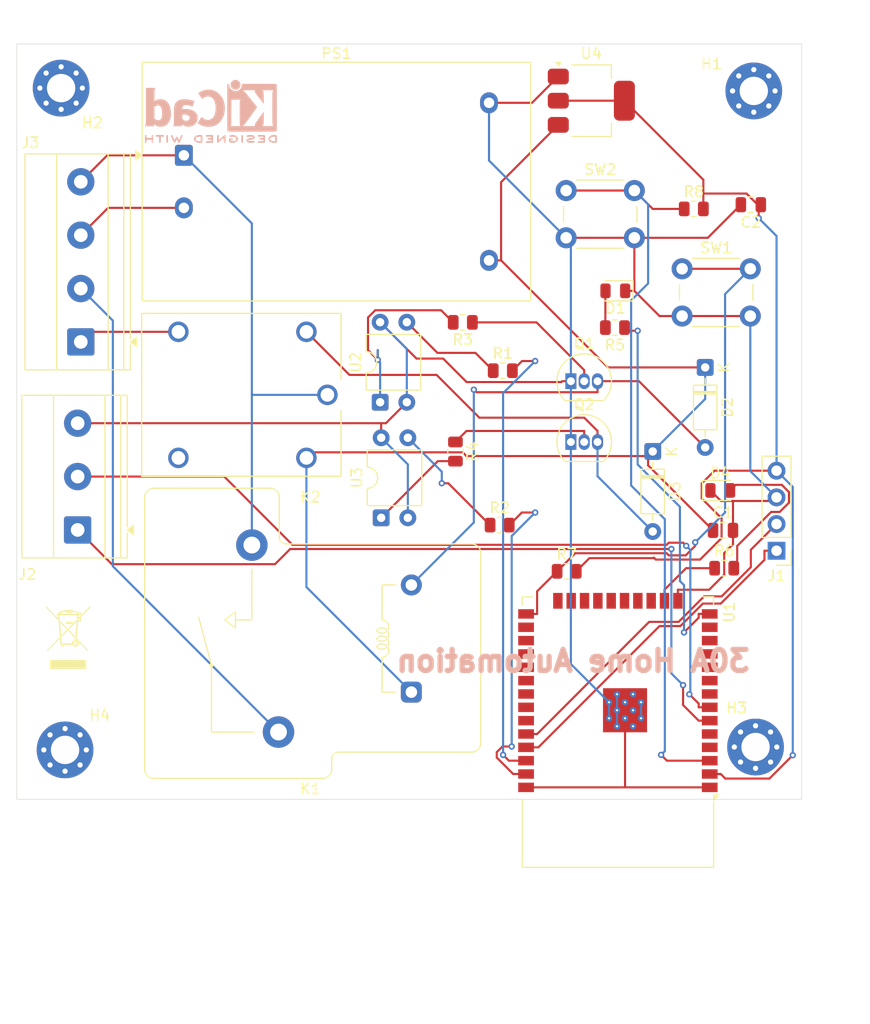
<source format=kicad_pcb>
(kicad_pcb (version 20241229) (generator "pcbnew") (generator_version "9.0")
  (layers (0 "F.Cu" signal) (2 "B.Cu" signal) (13 "F.Paste" user) (15 "B.Paste" user) (5 "F.SilkS" user "F.Silkscreen") (7 "B.SilkS" user "B.Silkscreen") (1 "F.Mask" user) (3 "B.Mask" user) (25 "Edge.Cuts" user))
  (net 0 "")
  (net 1 "GND")
  (net 2 "/5V")
  (net 3 "/3V3")
  (net 4 "Net-(D1-A)")
  (net 5 "Net-(D2-A)")
  (net 6 "Net-(D3-A)")
  (net 7 "Net-(D4-A)")
  (net 8 "/TXD")
  (net 9 "/RXD")
  (net 10 "/IN1")
  (net 11 "/IN2")
  (net 12 "/L1")
  (net 13 "/N")
  (net 14 "/P")
  (net 15 "/L2")
  (net 16 "Net-(Q1-B)")
  (net 17 "Net-(Q2-B)")
  (net 18 "/R1")
  (net 19 "Net-(R1-Pad1)")
  (net 20 "Net-(R2-Pad1)")
  (net 21 "/R2")
  (net 22 "Net-(R3-Pad2)")
  (net 23 "Net-(R4-Pad2)")
  (net 24 "/LED1")
  (net 25 "/LED2")
  (net 26 "/BOOT")
  (net 27 "/EN")
  (footprint "Package_DIP:DIP-4_W7.62mm" (layer "F.Cu") (at 120.225 95.905 90)
    (property "Reference" "U2")
    (property "Value" "PC817")
  )
  (footprint "Package_DIP:DIP-4_W7.62mm" (layer "F.Cu") (at 120.325 106.905 90)
    (property "Reference" "U3")
    (property "Value" "PC817")
  )
  (footprint "Diode_THT:D_DO-35_SOD27_P7.62mm_Horizontal" (layer "F.Cu") (at 151.2 92.59 -90)
    (property "Reference" "D2")
    (property "Value" "1N4148")
  )
  (footprint "Resistor_SMD:R_0805_2012Metric" (layer "F.Cu") (at 153.0125 111.7)
    (property "Reference" "R6")
    (property "Value" "1K")
  )
  (footprint "LED_SMD:LED_0805_2012Metric" (layer "F.Cu") (at 142.6375 85.3 180)
    (property "Reference" "D1")
    (property "Value" "LED")
  )
  (footprint "Resistor_SMD:R_0805_2012Metric" (layer "F.Cu") (at 128.1 88.3 180)
    (property "Reference" "R3")
    (property "Value" "1K")
  )
  (footprint "MountingHole:MountingHole_2.7mm_M2.5_Pad_Via" (layer "F.Cu") (at 155.8319 66.2681 90)
    (property "Reference" "H1")
    (property "Value" "MountingHole_Pad_MP")
  )
  (footprint "Button_Switch_THT:SW_PUSH_6mm" (layer "F.Cu") (at 149 83.2)
    (property "Reference" "SW1")
    (property "Value" "SW_Push")
  )
  (footprint "Resistor_SMD:R_0805_2012Metric" (layer "F.Cu") (at 131.6125 107.6)
    (property "Reference" "R2")
    (property "Value" "1K")
  )
  (footprint "Symbol:WEEE-Logo_4.2x6mm_SilkScreen" (layer "F.Cu") (at 90.5 118.3)
    (property "Reference" "REF**" (hide yes))
    (property "Value" "WEEE-Logo_4.2x6mm_SilkScreen" (hide yes))
  )
  (footprint "LED_SMD:LED_0805_2012Metric" (layer "F.Cu") (at 152.6375 104.3)
    (property "Reference" "D4")
    (property "Value" "LED")
  )
  (footprint "MountingHole:MountingHole_2.7mm_M2.5_Pad_Via" (layer "F.Cu") (at 156 128.725 90)
    (property "Reference" "H3")
    (property "Value" "MountingHole_Pad_MP")
  )
  (footprint "Capacitor_SMD:C_0805_2012Metric" (layer "F.Cu") (at 155.55 77.1 180)
    (property "Reference" "C2")
    (property "Value" "22uF")
  )
  (footprint "MountingHole:MountingHole_2.7mm_M2.5_Pad_Via" (layer "F.Cu") (at 90.2 129 90)
    (property "Reference" "H4")
    (property "Value" "MountingHole_Pad_MP")
  )
  (footprint "Package_TO_SOT_THT:TO-92_Inline" (layer "F.Cu") (at 138.4 99.69)
    (property "Reference" "Q2")
    (property "Value" "S8050")
  )
  (footprint "Resistor_SMD:R_0805_2012Metric" (layer "F.Cu") (at 131.9125 92.9)
    (property "Reference" "R1")
    (property "Value" "1K")
  )
  (footprint "TerminalBlock_Phoenix:TerminalBlock_Phoenix_MKDS-1,5-4-5.08_1x04_P5.08mm_Horizontal" (layer "F.Cu") (at 91.7 90.16 90)
    (property "Reference" "J3")
    (property "Value" "Screw_Terminal_01x04")
  )
  (footprint "Relay_THT:Relay_SPST_RAYEX-L90AS" (layer "F.Cu") (at 125.74 118.4 180)
    (property "Reference" "K1")
    (property "Value" "RAYEX-L90AS")
  )
  (footprint "PR13-5V-450-1C:RELAY_PR13-5V-450-1C" (layer "F.Cu") (at 107 95.2 180)
    (property "Reference" "K2")
    (property "Value" "PR13-5V-450-1C")
  )
  (footprint "Capacitor_SMD:C_0805_2012Metric" (layer "F.Cu") (at 152.9 108.1)
    (property "Reference" "C1")
    (property "Value" "10uF")
  )
  (footprint "Button_Switch_THT:SW_PUSH_6mm" (layer "F.Cu") (at 137.95 75.75)
    (property "Reference" "SW2")
    (property "Value" "SW_Push")
  )
  (footprint "Converter_ACDC:Converter_ACDC_Hi-Link_HLK-PMxx" (layer "F.Cu") (at 101.52 72.4)
    (property "Reference" "PS1")
    (property "Value" "HLK-PM01")
  )
  (footprint "Resistor_SMD:R_0805_2012Metric" (layer "F.Cu") (at 150.1125 77.5)
    (property "Reference" "R8")
    (property "Value" "10K")
  )
  (footprint "Resistor_SMD:R_0805_2012Metric" (layer "F.Cu") (at 138 112)
    (property "Reference" "R7")
    (property "Value" "10K")
  )
  (footprint "Connector_PinHeader_2.54mm:PinHeader_1x04_P2.54mm_Vertical" (layer "F.Cu") (at 158 110.04 180)
    (property "Reference" "J1")
    (property "Value" "Conn_01x04_Pin")
  )
  (footprint "TerminalBlock_Phoenix:TerminalBlock_Phoenix_MKDS-1,5-3-5.08_1x03_P5.08mm_Horizontal" (layer "F.Cu") (at 91.4 108.06 90)
    (property "Reference" "J2")
    (property "Value" "Screw_Terminal_01x03")
  )
  (footprint "RF_Module:ESP32-WROOM-32" (layer "F.Cu") (at 142.8825 124.315 180)
    (property "Reference" "U1")
    (property "Value" "ESP32-WROOM-32")
  )
  (footprint "Package_TO_SOT_SMD:SOT-223-3_TabPin2" (layer "F.Cu") (at 140.35 67.2)
    (property "Reference" "U4")
    (property "Value" "AMS1117-3.3")
  )
  (footprint "Package_TO_SOT_THT:TO-92_Inline" (layer "F.Cu") (at 138.4 93.9)
    (property "Reference" "Q1")
    (property "Value" "S8050")
  )
  (footprint "MountingHole:MountingHole_2.7mm_M2.5_Pad_Via" (layer "F.Cu") (at 89.825 66 90)
    (property "Reference" "H2")
    (property "Value" "MountingHole_Pad_MP")
  )
  (footprint "Resistor_SMD:R_0805_2012Metric" (layer "F.Cu") (at 142.6 88.8 180)
    (property "Reference" "R5")
    (property "Value" "1K")
  )
  (footprint "Resistor_SMD:R_0805_2012Metric" (layer "F.Cu") (at 127.4 100.6 -90)
    (property "Reference" "R4")
    (property "Value" "1K")
  )
  (footprint "Diode_THT:D_DO-35_SOD27_P7.62mm_Horizontal" (layer "F.Cu") (at 146.2 100.59 -90)
    (property "Reference" "D3")
    (property "Value" "1N4148")
  )
  (footprint "Symbol:KiCad-Logo2_5mm_SilkScreen" (layer "B.Cu") (at 104.1 68.2 180)
    (property "Reference" "REF**" (hide yes))
    (property "Value" "KiCad-Logo2_5mm_SilkScreen" (hide yes))
  )
  (gr_rect (start 85.6 61.8) (end 160.4 133.7) (stroke (width 0.05)) (fill no) (layer "Edge.Cuts"))
  (gr_text "30A Home Automation" (at 155.7 121.7 0) (layer "B.SilkS") (effects (font (size 2 2) (thickness 0.5) (bold yes)) (justify left bottom mirror)))
  (segment (start 148.5925 113.7533) (end 151.5797 113.7533) (width 0.2) (layer "F.Cu") (net 1))
  (segment (start 130.6 67.4) (end 134.7 67.4) (width 0.2) (layer "F.Cu") (net 1))
  (segment (start 146.85 87.7) (end 144.45 85.3) (width 0.2) (layer "F.Cu") (net 1))
  (segment (start 142.0375 126.75) (end 142.8 126.75) (width 0.2) (layer "F.Cu") (net 1))
  (segment (start 123.6877 91.7477) (end 126.2276 91.7477) (width 0.2) (layer "F.Cu") (net 1))
  (segment (start 158 104.96) (end 157.6574 105.3026) (width 0.2) (layer "F.Cu") (net 1))
  (segment (start 143.5625 126.75) (end 142.8 126.75) (width 0.2) (layer "F.Cu") (net 1))
  (segment (start 128.4645 93.9846) (end 137.4887 93.9846) (width 0.2) (layer "F.Cu") (net 1))
  (segment (start 153.85 105.3026) (end 152.7026 105.3026) (width 0.2) (layer "F.Cu") (net 1))
  (segment (start 153.85 105.3026) (end 153.85 108.1) (width 0.2) (layer "F.Cu") (net 1))
  (segment (start 143.5625 123.7) (end 144.325 123.7) (width 0.2) (layer "F.Cu") (net 1))
  (segment (start 142.0375 125.9875) (end 143.5625 125.9875) (width 0.2) (layer "F.Cu") (net 1))
  (segment (start 151.5797 113.7533) (end 153.0125 112.3205) (width 0.2) (layer "F.Cu") (net 1))
  (segment (start 134.7 67.4) (end 137.2 64.9) (width 0.2) (layer "F.Cu") (net 1))
  (segment (start 149 87.7) (end 146.85 87.7) (width 0.2) (layer "F.Cu") (net 1))
  (segment (start 143.5625 132.565) (end 134.1325 132.565) (width 0.2) (layer "F.Cu") (net 1))
  (segment (start 144.325 125.225) (end 143.5625 125.225) (width 0.2) (layer "F.Cu") (net 1))
  (segment (start 143.5625 132.565) (end 143.5625 126.75) (width 0.2) (layer "F.Cu") (net 1))
  (segment (start 145.0875 124.4625) (end 143.5625 124.4625) (width 0.2) (layer "F.Cu") (net 1))
  (segment (start 144.45 85.3) (end 144.45 80.25) (width 0.2) (layer "F.Cu") (net 1))
  (segment (start 157.6574 105.3026) (end 153.85 105.3026) (width 0.2) (layer "F.Cu") (net 1))
  (segment (start 145.0875 125.9875) (end 143.5625 125.9875) (width 0.2) (layer "F.Cu") (net 1))
  (segment (start 144.325 126.75) (end 143.5625 126.75) (width 0.2) (layer "F.Cu") (net 1))
  (segment (start 138.4 93.9) (end 137.5733 93.9) (width 0.2) (layer "F.Cu") (net 1))
  (segment (start 126.2276 91.7477) (end 128.4645 93.9846) (width 0.2) (layer "F.Cu") (net 1))
  (segment (start 142.0375 125.225) (end 142.8 125.225) (width 0.2) (layer "F.Cu") (net 1))
  (segment (start 144.325 125.225) (end 145.0875 125.225) (width 0.2) (layer "F.Cu") (net 1))
  (segment (start 153.0125 112.3205) (end 153.0125 110.2561) (width 0.2) (layer "F.Cu") (net 1))
  (segment (start 151.6325 132.565) (end 143.5625 132.565) (width 0.2) (layer "F.Cu") (net 1))
  (segment (start 143.5625 125.225) (end 142.8 125.225) (width 0.2) (layer "F.Cu") (net 1))
  (segment (start 153.85 109.4186) (end 153.85 108.1) (width 0.2) (layer "F.Cu") (net 1))
  (segment (start 155.5 87.7) (end 149 87.7) (width 0.2) (layer "F.Cu") (net 1))
  (segment (start 137.4887 93.9846) (end 137.5733 93.9) (width 0.2) (layer "F.Cu") (net 1))
  (segment (start 153.0125 110.2561) (end 153.85 109.4186) (width 0.2) (layer "F.Cu") (net 1))
  (segment (start 145.0875 123.7) (end 144.325 123.7) (width 0.2) (layer "F.Cu") (net 1))
  (segment (start 143.5625 123.7) (end 142.8 123.7) (width 0.2) (layer "F.Cu") (net 1))
  (segment (start 144.45 85.3) (end 143.575 85.3) (width 0.2) (layer "F.Cu") (net 1))
  (segment (start 120.225 88.285) (end 123.6877 91.7477) (width 0.2) (layer "F.Cu") (net 1))
  (segment (start 120.325 97.9) (end 120.325 99.285) (width 0.2) (layer "F.Cu") (net 1))
  (segment (start 145.0875 126.75) (end 144.325 126.75) (width 0.2) (layer "F.Cu") (net 1))
  (segment (start 120.77 97.9) (end 122.765 95.905) (width 0.2) (layer "F.Cu") (net 1))
  (segment (start 152.7026 105.3026) (end 151.7 104.3) (width 0.2) (layer "F.Cu") (net 1))
  (segment (start 148.5925 114.805) (end 148.5925 113.7533) (width 0.2) (layer "F.Cu") (net 1))
  (segment (start 91.4 97.9) (end 120.325 97.9) (width 0.2) (layer "F.Cu") (net 1))
  (segment (start 120.325 97.9) (end 120.77 97.9) (width 0.2) (layer "F.Cu") (net 1))
  (segment (start 144.45 80.25) (end 137.95 80.25) (width 0.2) (layer "F.Cu") (net 1))
  (segment (start 145.0875 124.4625) (end 145.0875 125.225) (width 0.2) (layer "F.Cu") (net 1))
  (segment (start 151.45 80.25) (end 144.45 80.25) (width 0.2) (layer "F.Cu") (net 1))
  (segment (start 154.6 77.1) (end 151.45 80.25) (width 0.2) (layer "F.Cu") (net 1))
  (segment (start 142.0375 123.7) (end 142.8 123.7) (width 0.2) (layer "F.Cu") (net 1))
  (segment (start 130.6 67.4) (end 130.6 72.9) (width 0.2) (layer "B.Cu") (net 1))
  (segment (start 122.865 101.825) (end 122.865 106.905) (width 0.2) (layer "B.Cu") (net 1))
  (segment (start 137.95 80.25) (end 138.4 80.7) (width 0.2) (layer "B.Cu") (net 1))
  (segment (start 138.4 80.7) (end 138.4 93.9) (width 0.2) (layer "B.Cu") (net 1))
  (segment (start 138.4 99.69) (end 138.4 120.825) (width 0.2) (layer "B.Cu") (net 1))
  (segment (start 122.765 90.825) (end 120.225 88.285) (width 0.2) (layer "B.Cu") (net 1))
  (segment (start 142.8 126.75) (end 142.8 125.225) (width 0.2) (layer "B.Cu") (net 1))
  (segment (start 130.6 72.9) (end 137.95 80.25) (width 0.2) (layer "B.Cu") (net 1))
  (segment (start 142.8 125.225) (end 142.8 123.7) (width 0.2) (layer "B.Cu") (net 1))
  (segment (start 138.4 93.9) (end 138.4 99.69) (width 0.2) (layer "B.Cu") (net 1))
  (segment (start 138.4 120.825) (end 142.0375 124.4625) (width 0.2) (layer "B.Cu") (net 1))
  (segment (start 145.0875 124.4625) (end 145.0875 125.9875) (width 0.2) (layer "B.Cu") (net 1))
  (segment (start 122.765 95.905) (end 122.765 90.825) (width 0.2) (layer "B.Cu") (net 1))
  (segment (start 155.5 87.7) (end 155.5 102.46) (width 0.2) (layer "B.Cu") (net 1))
  (segment (start 120.325 99.285) (end 122.865 101.825) (width 0.2) (layer "B.Cu") (net 1))
  (segment (start 142.0375 125.9875) (end 142.0375 124.4625) (width 0.2) (layer "B.Cu") (net 1))
  (segment (start 155.5 102.46) (end 158 104.96) (width 0.2) (layer "B.Cu") (net 1))
  (segment (start 141.9417 92.59) (end 151.2 92.59) (width 0.2) (layer "F.Cu") (net 2))
  (segment (start 131.7517 74.9483) (end 131.7517 82.4) (width 0.2) (layer "F.Cu") (net 2))
  (segment (start 130.6 82.4) (end 131.7517 82.4) (width 0.2) (layer "F.Cu") (net 2))
  (segment (start 137.2 69.5) (end 131.7517 74.9483) (width 0.2) (layer "F.Cu") (net 2))
  (segment (start 145.76 101.03) (end 146.2 100.59) (width 0.2) (layer "F.Cu") (net 2))
  (segment (start 128.447 101.03) (end 128.0877 100.6707) (width 0.2) (layer "F.Cu") (net 2))
  (segment (start 145.76 101.03) (end 128.447 101.03) (width 0.2) (layer "F.Cu") (net 2))
  (segment (start 145.76 101.91) (end 145.76 101.03) (width 0.2) (layer "F.Cu") (net 2))
  (segment (start 128.0877 100.6707) (end 113.7293 100.6707) (width 0.2) (layer "F.Cu") (net 2))
  (segment (start 131.7517 82.4) (end 141.9417 92.59) (width 0.2) (layer "F.Cu") (net 2))
  (segment (start 151.95 108.1) (end 145.76 101.91) (width 0.2) (layer "F.Cu") (net 2))
  (segment (start 113.7293 100.6707) (end 113.2 101.2) (width 0.2) (layer "F.Cu") (net 2))
  (segment (start 151.2 95.59) (end 151.2 92.59) (width 0.2) (layer "B.Cu") (net 2))
  (segment (start 146.2 100.59) (end 151.2 95.59) (width 0.2) (layer "B.Cu") (net 2))
  (segment (start 113.2 113.5) (end 113.2 101.2) (width 0.2) (layer "B.Cu") (net 2))
  (segment (start 123.2 123.5) (end 113.2 113.5) (width 0.2) (layer "B.Cu") (net 2))
  (segment (start 157.3208 131.7292) (end 159.545 129.505) (width 0.2) (layer "F.Cu") (net 3))
  (segment (start 152.6842 131.295) (end 153.1184 131.7292) (width 0.2) (layer "F.Cu") (net 3))
  (segment (start 156.3005 78.3801) (end 156.3005 78.3463) (width 0.2) (layer "F.Cu") (net 3))
  (segment (start 156.3005 78.3463) (end 156.3005 78.3801) (width 0.2) (layer "F.Cu") (net 3))
  (segment (start 156.3504 77.2496) (end 156.3005 77.2995) (width 0.2) (layer "F.Cu") (net 3))
  (segment (start 140.1671 110.7454) (end 146.2639 110.7454) (width 0.2) (layer "F.Cu") (net 3))
  (segment (start 152.761 106.9505) (end 150.8697 105.0592) (width 0.2) (layer "F.Cu") (net 3))
  (segment (start 146.4916 110.8799) (end 150.7164 110.8799) (width 0.2) (layer "F.Cu") (net 3))
  (segment (start 138.9125 112) (end 140.1671 110.7454) (width 0.2) (layer "F.Cu") (net 3))
  (segment (start 152.761 108.8353) (end 152.761 106.9505) (width 0.2) (layer "F.Cu") (net 3))
  (segment (start 151.025 76.0386) (end 151.025 77.5) (width 0.2) (layer "F.Cu") (net 3))
  (segment (start 146.2639 110.7454) (end 146.3105 110.6988) (width 0.2) (layer "F.Cu") (net 3))
  (segment (start 143.5 67.2) (end 151.025 74.725) (width 0.2) (layer "F.Cu") (net 3))
  (segment (start 146.2639 110.7454) (end 146.3105 110.6988) (width 0.2) (layer "F.Cu") (net 3))
  (segment (start 156.3504 77.2496) (end 155.1394 76.0386) (width 0.2) (layer "F.Cu") (net 3))
  (segment (start 150.8697 103.6333) (end 152.083 102.42) (width 0.2) (layer "F.Cu") (net 3))
  (segment (start 156.5 77.1) (end 156.3504 77.2496) (width 0.2) (layer "F.Cu") (net 3))
  (segment (start 151.025 74.725) (end 151.025 76.0386) (width 0.2) (layer "F.Cu") (net 3))
  (segment (start 152.083 102.42) (end 158 102.42) (width 0.2) (layer "F.Cu") (net 3))
  (segment (start 156.3005 77.2995) (end 156.3005 78.3801) (width 0.2) (layer "F.Cu") (net 3))
  (segment (start 143.5 67.2) (end 137.2 67.2) (width 0.2) (layer "F.Cu") (net 3))
  (segment (start 150.8697 105.0592) (end 150.8697 103.6333) (width 0.2) (layer "F.Cu") (net 3))
  (segment (start 155.1394 76.0386) (end 151.025 76.0386) (width 0.2) (layer "F.Cu") (net 3))
  (segment (start 150.7164 110.8799) (end 152.761 108.8353) (width 0.2) (layer "F.Cu") (net 3))
  (segment (start 151.6325 131.295) (end 152.6842 131.295) (width 0.2) (layer "F.Cu") (net 3))
  (segment (start 146.3105 110.6988) (end 146.4916 110.8799) (width 0.2) (layer "F.Cu") (net 3))
  (segment (start 153.1184 131.7292) (end 157.3208 131.7292) (width 0.2) (layer "F.Cu") (net 3))
  (via (at 156.3005 78.3801) (size 0.6) (drill 0.3) (layers "F.Cu" "B.Cu") (net 3))
  (via (at 159.545 129.505) (size 0.6) (drill 0.3) (layers "F.Cu" "B.Cu") (net 3))
  (segment (start 159.545 103.965) (end 158 102.42) (width 0.2) (layer "B.Cu") (net 3))
  (segment (start 156.3005 78.3801) (end 156.3005 78.3463) (width 0.2) (layer "B.Cu") (net 3))
  (segment (start 159.545 129.505) (end 159.545 103.965) (width 0.2) (layer "B.Cu") (net 3))
  (segment (start 156.3005 78.3463) (end 156.3005 78.3801) (width 0.2) (layer "B.Cu") (net 3))
  (segment (start 158 80.0796) (end 156.3005 78.3801) (width 0.2) (layer "B.Cu") (net 3))
  (segment (start 158 102.42) (end 158 80.0796) (width 0.2) (layer "B.Cu") (net 3))
  (segment (start 141.6875 85.3125) (end 141.6875 88.8) (width 0.2) (layer "F.Cu") (net 4))
  (segment (start 141.7 85.3) (end 141.6875 85.3125) (width 0.2) (layer "F.Cu") (net 4))
  (segment (start 151.2 100.21) (end 144.89 93.9) (width 0.2) (layer "F.Cu") (net 5))
  (segment (start 129.3929 94.9517) (end 129.1502 94.709) (width 0.2) (layer "F.Cu") (net 5))
  (segment (start 140.94 93.9) (end 140.94 94.9517) (width 0.2) (layer "F.Cu") (net 5))
  (segment (start 144.89 93.9) (end 140.94 93.9) (width 0.2) (layer "F.Cu") (net 5))
  (segment (start 140.94 94.9517) (end 129.3929 94.9517) (width 0.2) (layer "F.Cu") (net 5))
  (via (at 129.1502 94.709) (size 0.6) (drill 0.3) (layers "F.Cu" "B.Cu") (net 5))
  (segment (start 129.1502 94.709) (end 129.1502 107.3498) (width 0.2) (layer "B.Cu") (net 5))
  (segment (start 129.1502 107.3498) (end 123.2 113.3) (width 0.2) (layer "B.Cu") (net 5))
  (segment (start 139.6762 97.3745) (end 140.94 98.6383) (width 0.2) (layer "F.Cu") (net 6))
  (segment (start 140.94 99.69) (end 140.94 98.6383) (width 0.2) (layer "F.Cu") (net 6))
  (segment (start 113.2 89.2) (end 117.3002 93.3002) (width 0.2) (layer "F.Cu") (net 6))
  (segment (start 129.6808 97.3745) (end 139.6762 97.3745) (width 0.2) (layer "F.Cu") (net 6))
  (segment (start 125.6065 93.3002) (end 129.6808 97.3745) (width 0.2) (layer "F.Cu") (net 6))
  (segment (start 117.3002 93.3002) (end 125.6065 93.3002) (width 0.2) (layer "F.Cu") (net 6))
  (segment (start 146.2 108.21) (end 140.94 102.95) (width 0.2) (layer "B.Cu") (net 6))
  (segment (start 140.94 102.95) (end 140.94 99.69) (width 0.2) (layer "B.Cu") (net 6))
  (segment (start 153.925 111.7) (end 154.2517 111.3733) (width 0.2) (layer "F.Cu") (net 7))
  (segment (start 158.4955 103.7662) (end 154.1088 103.7662) (width 0.2) (layer "F.Cu") (net 7))
  (segment (start 154.2517 111.3733) (end 154.2517 109.5828) (width 0.2) (layer "F.Cu") (net 7))
  (segment (start 157.4862 106.3483) (end 158.3016 106.3483) (width 0.2) (layer "F.Cu") (net 7))
  (segment (start 158.3016 106.3483) (end 159.1836 105.4663) (width 0.2) (layer "F.Cu") (net 7))
  (segment (start 159.1836 105.4663) (end 159.1836 104.4543) (width 0.2) (layer "F.Cu") (net 7))
  (segment (start 154.2517 109.5828) (end 157.4862 106.3483) (width 0.2) (layer "F.Cu") (net 7))
  (segment (start 154.1088 103.7662) (end 153.575 104.3) (width 0.2) (layer "F.Cu") (net 7))
  (segment (start 159.1836 104.4543) (end 158.4955 103.7662) (width 0.2) (layer "F.Cu") (net 7))
  (segment (start 146.8475 117.2123) (end 135.3048 128.755) (width 0.2) (layer "F.Cu") (net 8))
  (segment (start 150.9778 115.0695) (end 148.835 117.2123) (width 0.2) (layer "F.Cu") (net 8))
  (segment (start 156.8483 110.04) (end 156.8483 110.9038) (width 0.2) (layer "F.Cu") (net 8))
  (segment (start 152.6826 115.0695) (end 150.9778 115.0695) (width 0.2) (layer "F.Cu") (net 8))
  (segment (start 135.3048 128.755) (end 134.1325 128.755) (width 0.2) (layer "F.Cu") (net 8))
  (segment (start 158 110.04) (end 156.8483 110.04) (width 0.2) (layer "F.Cu") (net 8))
  (segment (start 148.835 117.2123) (end 146.8475 117.2123) (width 0.2) (layer "F.Cu") (net 8))
  (segment (start 156.8483 110.9038) (end 152.6826 115.0695) (width 0.2) (layer "F.Cu") (net 8))
  (segment (start 134.1325 127.485) (end 135.1842 127.485) (width 0.2) (layer "F.Cu") (net 9))
  (segment (start 155.5487 109.9513) (end 155.5487 111.6034) (width 0.2) (layer "F.Cu") (net 9))
  (segment (start 152.7672 114.3849) (end 151.0942 114.3849) (width 0.2) (layer "F.Cu") (net 9))
  (segment (start 151.0942 114.3849) (end 148.6685 116.8106) (width 0.2) (layer "F.Cu") (net 9))
  (segment (start 158 107.5) (end 155.5487 109.9513) (width 0.2) (layer "F.Cu") (net 9))
  (segment (start 148.6685 116.8106) (end 145.8586 116.8106) (width 0.2) (layer "F.Cu") (net 9))
  (segment (start 155.5487 111.6034) (end 152.7672 114.3849) (width 0.2) (layer "F.Cu") (net 9))
  (segment (start 145.8586 116.8106) (end 135.1842 127.485) (width 0.2) (layer "F.Cu") (net 9))
  (segment (start 149.0911 124.7253) (end 149.0911 122.8358) (width 0.2) (layer "F.Cu") (net 10))
  (segment (start 150.5808 126.215) (end 149.0911 124.7253) (width 0.2) (layer "F.Cu") (net 10))
  (segment (start 149.0911 122.8358) (end 149.0919 122.835) (width 0.2) (layer "F.Cu") (net 10))
  (segment (start 111.6489 109.8765) (end 110.2069 111.3185) (width 0.2) (layer "F.Cu") (net 10))
  (segment (start 94.6585 111.3185) (end 91.4 108.06) (width 0.2) (layer "F.Cu") (net 10))
  (segment (start 110.2069 111.3185) (end 94.6585 111.3185) (width 0.2) (layer "F.Cu") (net 10))
  (segment (start 147.9773 109.8765) (end 111.6489 109.8765) (width 0.2) (layer "F.Cu") (net 10))
  (segment (start 151.6325 126.215) (end 150.5808 126.215) (width 0.2) (layer "F.Cu") (net 10))
  (via (at 147.9773 109.8765) (size 0.6) (drill 0.3) (layers "F.Cu" "B.Cu") (net 10))
  (via (at 149.0919 122.835) (size 0.6) (drill 0.3) (layers "F.Cu" "B.Cu") (net 10))
  (segment (start 149.0919 122.835) (end 147.9773 121.7204) (width 0.2) (layer "B.Cu") (net 10))
  (segment (start 147.9773 121.7204) (end 147.9773 109.8765) (width 0.2) (layer "B.Cu") (net 10))
  (segment (start 111.8662 109.4748) (end 105.3714 102.98) (width 0.2) (layer "F.Cu") (net 11))
  (segment (start 147.7282 109.2748) (end 147.5282 109.4748) (width 0.2) (layer "F.Cu") (net 11))
  (segment (start 150.5808 124.5939) (end 149.6929 123.706) (width 0.2) (layer "F.Cu") (net 11))
  (segment (start 105.3714 102.98) (end 91.4 102.98) (width 0.2) (layer "F.Cu") (net 11))
  (segment (start 147.5282 109.4748) (end 111.8662 109.4748) (width 0.2) (layer "F.Cu") (net 11))
  (segment (start 149.3942 109.5757) (end 149.0933 109.2748) (width 0.2) (layer "F.Cu") (net 11))
  (segment (start 151.6325 124.945) (end 150.5808 124.945) (width 0.2) (layer "F.Cu") (net 11))
  (segment (start 150.5808 124.945) (end 150.5808 124.5939) (width 0.2) (layer "F.Cu") (net 11))
  (segment (start 149.0933 109.2748) (end 147.7282 109.2748) (width 0.2) (layer "F.Cu") (net 11))
  (via (at 149.3942 109.5757) (size 0.6) (drill 0.3) (layers "F.Cu" "B.Cu") (net 11))
  (via (at 149.6929 123.706) (size 0.6) (drill 0.3) (layers "F.Cu" "B.Cu") (net 11))
  (segment (start 149.6929 123.706) (end 149.7838 123.6151) (width 0.2) (layer "B.Cu") (net 11))
  (segment (start 149.7838 123.6151) (end 149.7838 109.9653) (width 0.2) (layer "B.Cu") (net 11))
  (segment (start 149.7838 109.9653) (end 149.3942 109.5757) (width 0.2) (layer "B.Cu") (net 11))
  (segment (start 110.54 127.3) (end 94.7528 111.5128) (width 0.2) (layer "B.Cu") (net 12))
  (segment (start 94.7528 88.1328) (end 91.7 85.08) (width 0.2) (layer "B.Cu") (net 12))
  (segment (start 94.7528 111.5128) (end 94.7528 88.1328) (width 0.2) (layer "B.Cu") (net 12))
  (segment (start 94.3 77.4) (end 91.7 80) (width 0.2) (layer "F.Cu") (net 13))
  (segment (start 101.52 77.4) (end 94.3 77.4) (width 0.2) (layer "F.Cu") (net 13))
  (segment (start 101.52 72.4) (end 94.22 72.4) (width 0.2) (layer "F.Cu") (net 14))
  (segment (start 94.22 72.4) (end 91.7 74.92) (width 0.2) (layer "F.Cu") (net 14))
  (segment (start 108 95.2) (end 115.2 95.2) (width 0.2) (layer "B.Cu") (net 14))
  (segment (start 108 78.88) (end 108 95.2) (width 0.2) (layer "B.Cu") (net 14))
  (segment (start 108 95.2) (end 108 109.5) (width 0.2) (layer "B.Cu") (net 14))
  (segment (start 101.52 72.4) (end 108 78.88) (width 0.2) (layer "B.Cu") (net 14))
  (segment (start 92.66 89.2) (end 91.7 90.16) (width 0.2) (layer "F.Cu") (net 15))
  (segment (start 101 89.2) (end 92.66 89.2) (width 0.2) (layer "F.Cu") (net 15))
  (segment (start 135.1217 88.3) (end 139.67 92.8483) (width 0.2) (layer "F.Cu") (net 16))
  (segment (start 129.0125 88.3) (end 135.1217 88.3) (width 0.2) (layer "F.Cu") (net 16))
  (segment (start 139.67 93.9) (end 139.67 92.8483) (width 0.2) (layer "F.Cu") (net 16))
  (segment (start 127.4 99.6875) (end 128.4492 98.6383) (width 0.2) (layer "F.Cu") (net 17))
  (segment (start 128.4492 98.6383) (end 139.67 98.6383) (width 0.2) (layer "F.Cu") (net 17))
  (segment (start 139.67 99.69) (end 139.67 98.6383) (width 0.2) (layer "F.Cu") (net 17))
  (segment (start 131.9413 129.4756) (end 132.4907 130.025) (width 0.2) (layer "F.Cu") (net 18))
  (segment (start 135 91.982) (end 133.743 91.982) (width 0.2) (layer "F.Cu") (net 18))
  (segment (start 133.743 91.982) (end 132.825 92.9) (width 0.2) (layer "F.Cu") (net 18))
  (segment (start 132.4907 130.025) (end 134.1325 130.025) (width 0.2) (layer "F.Cu") (net 18))
  (via (at 131.9413 129.4756) (size 0.6) (drill 0.3) (layers "F.Cu" "B.Cu") (net 18))
  (via (at 135 91.982) (size 0.6) (drill 0.3) (layers "F.Cu" "B.Cu") (net 18))
  (segment (start 131.9413 95.0407) (end 131.9413 129.4756) (width 0.2) (layer "B.Cu") (net 18))
  (segment (start 135 91.982) (end 131.9413 95.0407) (width 0.2) (layer "B.Cu") (net 18))
  (segment (start 131 92.9) (end 129.3048 91.2048) (width 0.2) (layer "F.Cu") (net 19))
  (segment (start 125.6848 91.2048) (end 122.765 88.285) (width 0.2) (layer "F.Cu") (net 19))
  (segment (start 129.3048 91.2048) (end 125.6848 91.2048) (width 0.2) (layer "F.Cu") (net 19))
  (segment (start 126.0994 103.6174) (end 126.7174 103.6174) (width 0.2) (layer "F.Cu") (net 20))
  (segment (start 126.7174 103.6174) (end 130.7 107.6) (width 0.2) (layer "F.Cu") (net 20))
  (via (at 126.0994 103.6174) (size 0.6) (drill 0.3) (layers "F.Cu" "B.Cu") (net 20))
  (segment (start 122.865 99.285) (end 126.0994 102.5194) (width 0.2) (layer "B.Cu") (net 20))
  (segment (start 126.0994 102.5194) (end 126.0994 103.6174) (width 0.2) (layer "B.Cu") (net 20))
  (segment (start 131.8822 128.6732) (end 132.7589 128.6732) (width 0.2) (layer "F.Cu") (net 21))
  (segment (start 131.3363 129.2191) (end 131.8822 128.6732) (width 0.2) (layer "F.Cu") (net 21))
  (segment (start 133.723 106.402) (end 132.525 107.6) (width 0.2) (layer "F.Cu") (net 21))
  (segment (start 132.9048 131.295) (end 131.3363 129.7265) (width 0.2) (layer "F.Cu") (net 21))
  (segment (start 135 106.402) (end 133.723 106.402) (width 0.2) (layer "F.Cu") (net 21))
  (segment (start 134.1325 131.295) (end 132.9048 131.295) (width 0.2) (layer "F.Cu") (net 21))
  (segment (start 131.3363 129.7265) (end 131.3363 129.2191) (width 0.2) (layer "F.Cu") (net 21))
  (via (at 132.7589 128.6732) (size 0.6) (drill 0.3) (layers "F.Cu" "B.Cu") (net 21))
  (via (at 135 106.402) (size 0.6) (drill 0.3) (layers "F.Cu" "B.Cu") (net 21))
  (segment (start 132.7589 128.6732) (end 132.7589 108.6431) (width 0.2) (layer "B.Cu") (net 21))
  (segment (start 132.7589 108.6431) (end 135 106.402) (width 0.2) (layer "B.Cu") (net 21))
  (segment (start 119.0712 87.835) (end 119.0712 90.9413) (width 0.2) (layer "F.Cu") (net 22))
  (segment (start 127.1875 88.3) (end 126.0356 87.1481) (width 0.2) (layer "F.Cu") (net 22))
  (segment (start 120 90.9413) (end 120 91.8701) (width 0.2) (layer "F.Cu") (net 22))
  (segment (start 119.0712 90.9413) (end 120 91.8701) (width 0.2) (layer "F.Cu") (net 22))
  (segment (start 119.7581 87.1481) (end 119.0712 87.835) (width 0.2) (layer "F.Cu") (net 22))
  (segment (start 126.0356 87.1481) (end 119.7581 87.1481) (width 0.2) (layer "F.Cu") (net 22))
  (segment (start 120 91.8701) (end 120 90.9413) (width 0.2) (layer "F.Cu") (net 22))
  (via (at 120 91.8701) (size 0.6) (drill 0.3) (layers "F.Cu" "B.Cu") (net 22))
  (segment (start 120 91.8701) (end 120 90.9413) (width 0.2) (layer "B.Cu") (net 22))
  (segment (start 120 91.8701) (end 120.225 92.0951) (width 0.2) (layer "B.Cu") (net 22))
  (segment (start 120 90.9413) (end 120 91.8701) (width 0.2) (layer "B.Cu") (net 22))
  (segment (start 120.225 92.0951) (end 120.225 95.905) (width 0.2) (layer "B.Cu") (net 22))
  (segment (start 125.7175 101.5125) (end 127.4 101.5125) (width 0.2) (layer "F.Cu") (net 23))
  (segment (start 120.325 106.905) (end 125.7175 101.5125) (width 0.2) (layer "F.Cu") (net 23))
  (segment (start 151.6325 116.055) (end 150.5808 116.055) (width 0.2) (layer "F.Cu") (net 24))
  (segment (start 143.8105 89.098) (end 143.5125 88.8) (width 0.2) (layer "F.Cu") (net 24))
  (segment (start 149.1821 117.814) (end 150.5808 116.4153) (width 0.2) (layer "F.Cu") (net 24))
  (segment (start 150.5808 116.4153) (end 150.5808 116.055) (width 0.2) (layer "F.Cu") (net 24))
  (segment (start 144.763 89.098) (end 143.8105 89.098) (width 0.2) (layer "F.Cu") (net 24))
  (via (at 149.1821 117.814) (size 0.6) (drill 0.3) (layers "F.Cu" "B.Cu") (net 24))
  (via (at 144.763 89.098) (size 0.6) (drill 0.3) (layers "F.Cu" "B.Cu") (net 24))
  (segment (start 148.9219 113.0536) (end 149.1821 113.3138) (width 0.2) (layer "B.Cu") (net 24))
  (segment (start 148.7925 105.8598) (end 144.763 101.8303) (width 0.2) (layer "B.Cu") (net 24))
  (segment (start 149.1821 113.3138) (end 149.1821 117.814) (width 0.2) (layer "B.Cu") (net 24))
  (segment (start 148.7925 112.9242) (end 148.7925 105.8598) (width 0.2) (layer "B.Cu") (net 24))
  (segment (start 148.9219 113.0536) (end 148.7925 112.9242) (width 0.2) (layer "B.Cu") (net 24))
  (segment (start 144.763 101.8303) (end 144.763 89.098) (width 0.2) (layer "B.Cu") (net 24))
  (segment (start 147.3225 113.7533) (end 149.3758 111.7) (width 0.2) (layer "F.Cu") (net 25))
  (segment (start 149.3758 111.7) (end 152.1 111.7) (width 0.2) (layer "F.Cu") (net 25))
  (segment (start 147.3225 114.805) (end 147.3225 113.7533) (width 0.2) (layer "F.Cu") (net 25))
  (segment (start 137.0875 112) (end 138.8093 110.2782) (width 0.2) (layer "F.Cu") (net 26))
  (segment (start 150.2513 109.5695) (end 150.2513 109.2399) (width 0.2) (layer "F.Cu") (net 26))
  (segment (start 134.1325 116.055) (end 135.1842 116.055) (width 0.2) (layer "F.Cu") (net 26))
  (segment (start 149.3426 110.4782) (end 150.2513 109.5695) (width 0.2) (layer "F.Cu") (net 26))
  (segment (start 149 83.2) (end 155.5 83.2) (width 0.2) (layer "F.Cu") (net 26))
  (segment (start 135.1842 116.055) (end 135.1842 113.9033) (width 0.2) (layer "F.Cu") (net 26))
  (segment (start 135.1842 113.9033) (end 137.0875 112) (width 0.2) (layer "F.Cu") (net 26))
  (segment (start 147.5282 110.2782) (end 147.7282 110.4782) (width 0.2) (layer "F.Cu") (net 26))
  (segment (start 147.7282 110.4782) (end 149.3426 110.4782) (width 0.2) (layer "F.Cu") (net 26))
  (segment (start 138.8093 110.2782) (end 147.5282 110.2782) (width 0.2) (layer "F.Cu") (net 26))
  (via (at 150.2513 109.2399) (size 0.6) (drill 0.3) (layers "F.Cu" "B.Cu") (net 26))
  (segment (start 155.5 83.2) (end 153.0961 85.6039) (width 0.2) (layer "B.Cu") (net 26))
  (segment (start 153.0961 106.3951) (end 150.2513 109.2399) (width 0.2) (layer "B.Cu") (net 26))
  (segment (start 153.0961 85.6039) (end 153.0961 106.3951) (width 0.2) (layer "B.Cu") (net 26))
  (segment (start 146.2 77.5) (end 144.45 75.75) (width 0.2) (layer "F.Cu") (net 27))
  (segment (start 144.45 75.75) (end 137.95 75.75) (width 0.2) (layer "F.Cu") (net 27))
  (segment (start 147 129.474) (end 147.551 130.025) (width 0.2) (layer "F.Cu") (net 27))
  (segment (start 149.2 77.5) (end 146.2 77.5) (width 0.2) (layer "F.Cu") (net 27))
  (segment (start 147.551 130.025) (end 151.6325 130.025) (width 0.2) (layer "F.Cu") (net 27))
  (via (at 147 129.474) (size 0.6) (drill 0.3) (layers "F.Cu" "B.Cu") (net 27))
  (segment (start 144.1435 103.8275) (end 144.1435 86.2178) (width 0.2) (layer "B.Cu") (net 27))
  (segment (start 145.7625 84.5988) (end 145.7625 77.0625) (width 0.2) (layer "B.Cu") (net 27))
  (segment (start 144.1435 86.2178) (end 145.7625 84.5988) (width 0.2) (layer "B.Cu") (net 27))
  (segment (start 145.7625 77.0625) (end 144.45 75.75) (width 0.2) (layer "B.Cu") (net 27))
  (segment (start 147.3546 129.1194) (end 147.3546 107.0386) (width 0.2) (layer "B.Cu") (net 27))
  (segment (start 147 129.474) (end 147.3546 129.1194) (width 0.2) (layer "B.Cu") (net 27))
  (segment (start 147.3546 107.0386) (end 144.1435 103.8275) (width 0.2) (layer "B.Cu") (net 27))
)
</source>
